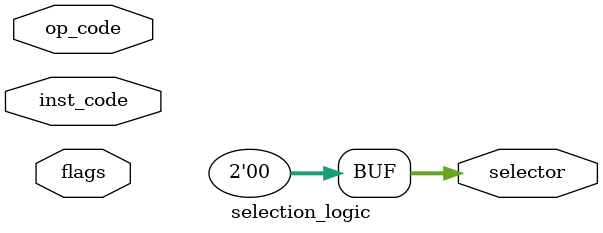
<source format=v>
module selection_logic(
	input [1:0] inst_code,
	input [2:0] op_code,
	input [2:0] flags,
	output reg [1:0] selector
);
	always @ (flags)
	begin
//		if(flags != 3'b000) 
//			flags <= 3'b000;
	end
	
	always @(op_code, selector)
	begin
		if(inst_code != 10) 
			selector <= 2'b00;
		
		else if(inst_code == 10 && op_code != 100 && op_code != 111) 
			selector <= 2'b01;
		
		else if(op_code == 100)  
			selector <= 2'b10;
		
		else if(op_code == 111)  
			selector <= 2'b11;
	end
	
endmodule
</source>
